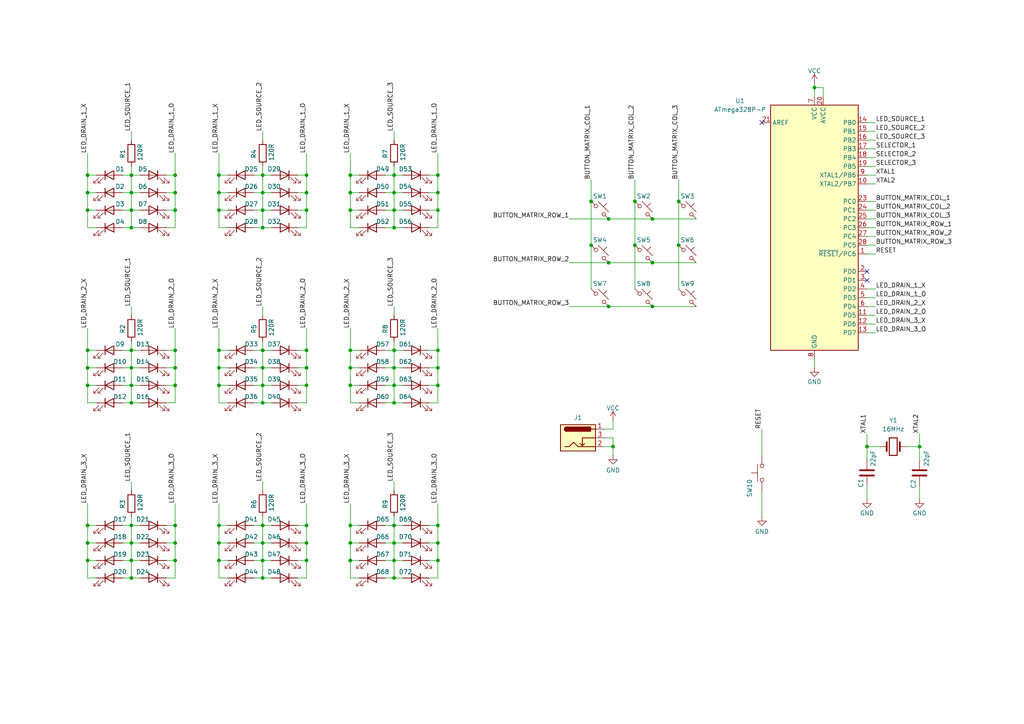
<source format=kicad_sch>
(kicad_sch (version 20231120) (generator "eeschema") (generator_version "8.0")
  (paper "A4")
  (title_block (title "Tic Tac Toe") (date "2024-12-01") (rev "1.0"))
  (junction (at 25.4 106.68))
  (junction (at 101.6 111.76))
  (junction (at 76.2 152.4))
  (junction (at 25.4 162.56))
  (junction (at 176.53 63.5))
  (junction (at 266.7 129.54))
  (junction (at 177.8 129.54))
  (junction (at 25.4 50.8))
  (junction (at 63.5 157.48))
  (junction (at 114.3 162.56))
  (junction (at 50.8 55.88))
  (junction (at 88.9 111.76))
  (junction (at 88.9 162.56))
  (junction (at 114.3 167.64))
  (junction (at 114.3 66.04))
  (junction (at 50.8 101.6))
  (junction (at 127 101.6))
  (junction (at 76.2 50.8))
  (junction (at 114.3 106.68))
  (junction (at 101.6 162.56))
  (junction (at 25.4 111.76))
  (junction (at 127 55.88))
  (junction (at 101.6 50.8))
  (junction (at 101.6 101.6))
  (junction (at 63.5 50.8))
  (junction (at 76.2 157.48))
  (junction (at 171.45 58.42))
  (junction (at 176.53 76.2))
  (junction (at 127 152.4))
  (junction (at 63.5 162.56))
  (junction (at 50.8 157.48))
  (junction (at 38.1 152.4))
  (junction (at 88.9 50.8))
  (junction (at 63.5 101.6))
  (junction (at 76.2 111.76))
  (junction (at 25.4 157.48))
  (junction (at 114.3 152.4))
  (junction (at 25.4 55.88))
  (junction (at 171.45 71.12))
  (junction (at 63.5 111.76))
  (junction (at 25.4 101.6))
  (junction (at 127 111.76))
  (junction (at 114.3 157.48))
  (junction (at 38.1 162.56))
  (junction (at 114.3 60.96))
  (junction (at 38.1 167.64))
  (junction (at 189.23 63.5))
  (junction (at 38.1 106.68))
  (junction (at 50.8 106.68))
  (junction (at 127 106.68))
  (junction (at 196.85 71.12))
  (junction (at 25.4 60.96))
  (junction (at 50.8 152.4))
  (junction (at 88.9 101.6))
  (junction (at 38.1 50.8))
  (junction (at 114.3 101.6))
  (junction (at 63.5 152.4))
  (junction (at 101.6 55.88))
  (junction (at 101.6 157.48))
  (junction (at 63.5 60.96))
  (junction (at 76.2 60.96))
  (junction (at 76.2 55.88))
  (junction (at 76.2 101.6))
  (junction (at 50.8 111.76))
  (junction (at 184.15 58.42))
  (junction (at 50.8 50.8))
  (junction (at 114.3 50.8))
  (junction (at 114.3 55.88))
  (junction (at 76.2 116.84))
  (junction (at 88.9 106.68))
  (junction (at 38.1 55.88))
  (junction (at 88.9 60.96))
  (junction (at 114.3 116.84))
  (junction (at 38.1 157.48))
  (junction (at 50.8 162.56))
  (junction (at 189.23 76.2))
  (junction (at 88.9 157.48))
  (junction (at 25.4 152.4))
  (junction (at 88.9 55.88))
  (junction (at 189.23 88.9))
  (junction (at 196.85 58.42))
  (junction (at 50.8 60.96))
  (junction (at 38.1 60.96))
  (junction (at 38.1 111.76))
  (junction (at 127 50.8))
  (junction (at 127 60.96))
  (junction (at 76.2 106.68))
  (junction (at 251.46 129.54))
  (junction (at 38.1 101.6))
  (junction (at 76.2 162.56))
  (junction (at 176.53 88.9))
  (junction (at 76.2 167.64))
  (junction (at 236.22 25.4))
  (junction (at 63.5 106.68))
  (junction (at 63.5 55.88))
  (junction (at 127 162.56))
  (junction (at 127 157.48))
  (junction (at 76.2 66.04))
  (junction (at 114.3 111.76))
  (junction (at 38.1 66.04))
  (junction (at 101.6 106.68))
  (junction (at 184.15 71.12))
  (junction (at 101.6 152.4))
  (junction (at 88.9 152.4))
  (junction (at 101.6 60.96))
  (junction (at 38.1 116.84))
  (no_connect (at 220.98 35.56))
  (no_connect (at 251.46 81.28))
  (no_connect (at 251.46 78.74))
  (wire (pts (xy 171.45 71.12) (xy 171.45 83.82)))
  (wire (pts (xy 165.1 88.9) (xy 176.53 88.9)))
  (wire (pts (xy 48.26 55.88) (xy 50.8 55.88)))
  (wire (pts (xy 73.66 157.48) (xy 76.2 157.48)))
  (wire (pts (xy 35.56 101.6) (xy 38.1 101.6)))
  (wire (pts (xy 38.1 139.7) (xy 38.1 142.24)))
  (wire (pts (xy 111.76 157.48) (xy 114.3 157.48)))
  (wire (pts (xy 101.6 101.6) (xy 101.6 95.25)))
  (wire (pts (xy 127 50.8) (xy 127 44.45)))
  (wire (pts (xy 38.1 111.76) (xy 38.1 116.84)))
  (wire (pts (xy 251.46 91.44) (xy 254 91.44)))
  (wire (pts (xy 38.1 152.4) (xy 38.1 157.48)))
  (wire (pts (xy 38.1 152.4) (xy 40.64 152.4)))
  (wire (pts (xy 171.45 52.07) (xy 171.45 58.42)))
  (wire (pts (xy 73.66 66.04) (xy 76.2 66.04)))
  (wire (pts (xy 124.46 60.96) (xy 127 60.96)))
  (wire (pts (xy 76.2 60.96) (xy 76.2 66.04)))
  (wire (pts (xy 251.46 93.98) (xy 254 93.98)))
  (wire (pts (xy 104.14 116.84) (xy 101.6 116.84)))
  (wire (pts (xy 111.76 50.8) (xy 114.3 50.8)))
  (wire (pts (xy 38.1 50.8) (xy 38.1 55.88)))
  (wire (pts (xy 63.5 60.96) (xy 63.5 55.88)))
  (wire (pts (xy 114.3 139.7) (xy 114.3 142.24)))
  (wire (pts (xy 76.2 152.4) (xy 76.2 157.48)))
  (wire (pts (xy 50.8 50.8) (xy 50.8 44.45)))
  (wire (pts (xy 88.9 106.68) (xy 88.9 101.6)))
  (wire (pts (xy 48.26 66.04) (xy 50.8 66.04)))
  (wire (pts (xy 111.76 152.4) (xy 114.3 152.4)))
  (wire (pts (xy 38.1 50.8) (xy 40.64 50.8)))
  (wire (pts (xy 176.53 63.5) (xy 189.23 63.5)))
  (wire (pts (xy 25.4 60.96) (xy 25.4 55.88)))
  (wire (pts (xy 114.3 55.88) (xy 116.84 55.88)))
  (wire (pts (xy 104.14 157.48) (xy 101.6 157.48)))
  (wire (pts (xy 171.45 58.42) (xy 171.45 71.12)))
  (wire (pts (xy 76.2 157.48) (xy 78.74 157.48)))
  (wire (pts (xy 38.1 66.04) (xy 40.64 66.04)))
  (wire (pts (xy 111.76 66.04) (xy 114.3 66.04)))
  (wire (pts (xy 251.46 58.42) (xy 254 58.42)))
  (wire (pts (xy 27.94 116.84) (xy 25.4 116.84)))
  (wire (pts (xy 50.8 66.04) (xy 50.8 60.96)))
  (wire (pts (xy 104.14 162.56) (xy 101.6 162.56)))
  (wire (pts (xy 111.76 116.84) (xy 114.3 116.84)))
  (wire (pts (xy 266.7 129.54) (xy 266.7 133.35)))
  (wire (pts (xy 124.46 55.88) (xy 127 55.88)))
  (wire (pts (xy 86.36 157.48) (xy 88.9 157.48)))
  (wire (pts (xy 27.94 106.68) (xy 25.4 106.68)))
  (wire (pts (xy 35.56 162.56) (xy 38.1 162.56)))
  (wire (pts (xy 25.4 50.8) (xy 25.4 44.45)))
  (wire (pts (xy 114.3 101.6) (xy 116.84 101.6)))
  (wire (pts (xy 38.1 149.86) (xy 38.1 152.4)))
  (wire (pts (xy 184.15 71.12) (xy 184.15 83.82)))
  (wire (pts (xy 104.14 111.76) (xy 101.6 111.76)))
  (wire (pts (xy 86.36 152.4) (xy 88.9 152.4)))
  (wire (pts (xy 124.46 157.48) (xy 127 157.48)))
  (wire (pts (xy 73.66 116.84) (xy 76.2 116.84)))
  (wire (pts (xy 101.6 55.88) (xy 101.6 50.8)))
  (wire (pts (xy 251.46 83.82) (xy 254 83.82)))
  (wire (pts (xy 66.04 111.76) (xy 63.5 111.76)))
  (wire (pts (xy 251.46 50.8) (xy 254 50.8)))
  (wire (pts (xy 127 101.6) (xy 127 95.25)))
  (wire (pts (xy 88.9 167.64) (xy 88.9 162.56)))
  (wire (pts (xy 177.8 124.46) (xy 177.8 121.92)))
  (wire (pts (xy 127 162.56) (xy 127 157.48)))
  (wire (pts (xy 111.76 111.76) (xy 114.3 111.76)))
  (wire (pts (xy 189.23 76.2) (xy 201.93 76.2)))
  (wire (pts (xy 76.2 162.56) (xy 76.2 167.64)))
  (wire (pts (xy 25.4 55.88) (xy 25.4 50.8)))
  (wire (pts (xy 101.6 152.4) (xy 101.6 146.05)))
  (wire (pts (xy 73.66 101.6) (xy 76.2 101.6)))
  (wire (pts (xy 25.4 101.6) (xy 25.4 95.25)))
  (wire (pts (xy 38.1 116.84) (xy 40.64 116.84)))
  (wire (pts (xy 127 116.84) (xy 127 111.76)))
  (wire (pts (xy 66.04 167.64) (xy 63.5 167.64)))
  (wire (pts (xy 63.5 50.8) (xy 63.5 44.45)))
  (wire (pts (xy 86.36 101.6) (xy 88.9 101.6)))
  (wire (pts (xy 127 152.4) (xy 127 146.05)))
  (wire (pts (xy 50.8 167.64) (xy 50.8 162.56)))
  (wire (pts (xy 251.46 88.9) (xy 254 88.9)))
  (wire (pts (xy 35.56 50.8) (xy 38.1 50.8)))
  (wire (pts (xy 104.14 106.68) (xy 101.6 106.68)))
  (wire (pts (xy 86.36 60.96) (xy 88.9 60.96)))
  (wire (pts (xy 76.2 111.76) (xy 78.74 111.76)))
  (wire (pts (xy 66.04 106.68) (xy 63.5 106.68)))
  (wire (pts (xy 48.26 167.64) (xy 50.8 167.64)))
  (wire (pts (xy 50.8 162.56) (xy 50.8 157.48)))
  (wire (pts (xy 124.46 101.6) (xy 127 101.6)))
  (wire (pts (xy 251.46 40.64) (xy 254 40.64)))
  (wire (pts (xy 86.36 116.84) (xy 88.9 116.84)))
  (wire (pts (xy 236.22 25.4) (xy 238.76 25.4)))
  (wire (pts (xy 66.04 157.48) (xy 63.5 157.48)))
  (wire (pts (xy 114.3 111.76) (xy 114.3 116.84)))
  (wire (pts (xy 124.46 66.04) (xy 127 66.04)))
  (wire (pts (xy 63.5 106.68) (xy 63.5 101.6)))
  (wire (pts (xy 127 157.48) (xy 127 152.4)))
  (wire (pts (xy 48.26 157.48) (xy 50.8 157.48)))
  (wire (pts (xy 63.5 55.88) (xy 63.5 50.8)))
  (wire (pts (xy 27.94 162.56) (xy 25.4 162.56)))
  (wire (pts (xy 50.8 106.68) (xy 50.8 101.6)))
  (wire (pts (xy 111.76 162.56) (xy 114.3 162.56)))
  (wire (pts (xy 266.7 125.73) (xy 266.7 129.54)))
  (wire (pts (xy 63.5 167.64) (xy 63.5 162.56)))
  (wire (pts (xy 50.8 157.48) (xy 50.8 152.4)))
  (wire (pts (xy 73.66 162.56) (xy 76.2 162.56)))
  (wire (pts (xy 48.26 111.76) (xy 50.8 111.76)))
  (wire (pts (xy 165.1 63.5) (xy 176.53 63.5)))
  (wire (pts (xy 101.6 162.56) (xy 101.6 157.48)))
  (wire (pts (xy 25.4 167.64) (xy 25.4 162.56)))
  (wire (pts (xy 73.66 60.96) (xy 76.2 60.96)))
  (wire (pts (xy 38.1 38.1) (xy 38.1 40.64)))
  (wire (pts (xy 35.56 106.68) (xy 38.1 106.68)))
  (wire (pts (xy 262.89 129.54) (xy 266.7 129.54)))
  (wire (pts (xy 76.2 149.86) (xy 76.2 152.4)))
  (wire (pts (xy 177.8 127) (xy 177.8 129.54)))
  (wire (pts (xy 104.14 50.8) (xy 101.6 50.8)))
  (wire (pts (xy 86.36 167.64) (xy 88.9 167.64)))
  (wire (pts (xy 88.9 66.04) (xy 88.9 60.96)))
  (wire (pts (xy 251.46 73.66) (xy 254 73.66)))
  (wire (pts (xy 236.22 25.4) (xy 236.22 27.94)))
  (wire (pts (xy 251.46 66.04) (xy 254 66.04)))
  (wire (pts (xy 63.5 152.4) (xy 63.5 146.05)))
  (wire (pts (xy 255.27 129.54) (xy 251.46 129.54)))
  (wire (pts (xy 111.76 55.88) (xy 114.3 55.88)))
  (wire (pts (xy 25.4 116.84) (xy 25.4 111.76)))
  (wire (pts (xy 76.2 139.7) (xy 76.2 142.24)))
  (wire (pts (xy 101.6 111.76) (xy 101.6 106.68)))
  (wire (pts (xy 251.46 140.97) (xy 251.46 144.78)))
  (wire (pts (xy 101.6 60.96) (xy 101.6 55.88)))
  (wire (pts (xy 175.26 129.54) (xy 177.8 129.54)))
  (wire (pts (xy 127 55.88) (xy 127 50.8)))
  (wire (pts (xy 127 111.76) (xy 127 106.68)))
  (wire (pts (xy 76.2 111.76) (xy 76.2 116.84)))
  (wire (pts (xy 251.46 129.54) (xy 251.46 133.35)))
  (wire (pts (xy 88.9 50.8) (xy 88.9 44.45)))
  (wire (pts (xy 38.1 48.26) (xy 38.1 50.8)))
  (wire (pts (xy 88.9 60.96) (xy 88.9 55.88)))
  (wire (pts (xy 114.3 88.9) (xy 114.3 91.44)))
  (wire (pts (xy 251.46 45.72) (xy 254 45.72)))
  (wire (pts (xy 101.6 157.48) (xy 101.6 152.4)))
  (wire (pts (xy 114.3 55.88) (xy 114.3 60.96)))
  (wire (pts (xy 114.3 152.4) (xy 114.3 157.48)))
  (wire (pts (xy 124.46 50.8) (xy 127 50.8)))
  (wire (pts (xy 251.46 35.56) (xy 254 35.56)))
  (wire (pts (xy 114.3 106.68) (xy 116.84 106.68)))
  (wire (pts (xy 124.46 106.68) (xy 127 106.68)))
  (wire (pts (xy 127 60.96) (xy 127 55.88)))
  (wire (pts (xy 196.85 58.42) (xy 196.85 71.12)))
  (wire (pts (xy 76.2 167.64) (xy 78.74 167.64)))
  (wire (pts (xy 114.3 116.84) (xy 116.84 116.84)))
  (wire (pts (xy 111.76 60.96) (xy 114.3 60.96)))
  (wire (pts (xy 73.66 55.88) (xy 76.2 55.88)))
  (wire (pts (xy 35.56 60.96) (xy 38.1 60.96)))
  (wire (pts (xy 238.76 25.4) (xy 238.76 27.94)))
  (wire (pts (xy 73.66 111.76) (xy 76.2 111.76)))
  (wire (pts (xy 104.14 167.64) (xy 101.6 167.64)))
  (wire (pts (xy 114.3 50.8) (xy 114.3 55.88)))
  (wire (pts (xy 266.7 140.97) (xy 266.7 144.78)))
  (wire (pts (xy 35.56 116.84) (xy 38.1 116.84)))
  (wire (pts (xy 114.3 111.76) (xy 116.84 111.76)))
  (wire (pts (xy 114.3 162.56) (xy 114.3 167.64)))
  (wire (pts (xy 127 106.68) (xy 127 101.6)))
  (wire (pts (xy 184.15 58.42) (xy 184.15 71.12)))
  (wire (pts (xy 88.9 157.48) (xy 88.9 152.4)))
  (wire (pts (xy 114.3 99.06) (xy 114.3 101.6)))
  (wire (pts (xy 175.26 127) (xy 177.8 127)))
  (wire (pts (xy 251.46 68.58) (xy 254 68.58)))
  (wire (pts (xy 196.85 71.12) (xy 196.85 83.82)))
  (wire (pts (xy 35.56 111.76) (xy 38.1 111.76)))
  (wire (pts (xy 251.46 63.5) (xy 254 63.5)))
  (wire (pts (xy 38.1 88.9) (xy 38.1 91.44)))
  (wire (pts (xy 76.2 152.4) (xy 78.74 152.4)))
  (wire (pts (xy 111.76 167.64) (xy 114.3 167.64)))
  (wire (pts (xy 86.36 55.88) (xy 88.9 55.88)))
  (wire (pts (xy 25.4 162.56) (xy 25.4 157.48)))
  (wire (pts (xy 124.46 167.64) (xy 127 167.64)))
  (wire (pts (xy 76.2 60.96) (xy 78.74 60.96)))
  (wire (pts (xy 114.3 162.56) (xy 116.84 162.56)))
  (wire (pts (xy 101.6 106.68) (xy 101.6 101.6)))
  (wire (pts (xy 38.1 162.56) (xy 40.64 162.56)))
  (wire (pts (xy 165.1 76.2) (xy 176.53 76.2)))
  (wire (pts (xy 66.04 66.04) (xy 63.5 66.04)))
  (wire (pts (xy 76.2 99.06) (xy 76.2 101.6)))
  (wire (pts (xy 251.46 125.73) (xy 251.46 129.54)))
  (wire (pts (xy 236.22 104.14) (xy 236.22 106.68)))
  (wire (pts (xy 38.1 157.48) (xy 38.1 162.56)))
  (wire (pts (xy 76.2 106.68) (xy 76.2 111.76)))
  (wire (pts (xy 38.1 157.48) (xy 40.64 157.48)))
  (wire (pts (xy 38.1 162.56) (xy 38.1 167.64)))
  (wire (pts (xy 27.94 111.76) (xy 25.4 111.76)))
  (wire (pts (xy 251.46 53.34) (xy 254 53.34)))
  (wire (pts (xy 63.5 101.6) (xy 63.5 95.25)))
  (wire (pts (xy 76.2 88.9) (xy 76.2 91.44)))
  (wire (pts (xy 25.4 106.68) (xy 25.4 101.6)))
  (wire (pts (xy 114.3 152.4) (xy 116.84 152.4)))
  (wire (pts (xy 38.1 101.6) (xy 38.1 106.68)))
  (wire (pts (xy 50.8 101.6) (xy 50.8 95.25)))
  (wire (pts (xy 63.5 66.04) (xy 63.5 60.96)))
  (wire (pts (xy 48.26 50.8) (xy 50.8 50.8)))
  (wire (pts (xy 48.26 60.96) (xy 50.8 60.96)))
  (wire (pts (xy 35.56 167.64) (xy 38.1 167.64)))
  (wire (pts (xy 38.1 60.96) (xy 40.64 60.96)))
  (wire (pts (xy 88.9 111.76) (xy 88.9 106.68)))
  (wire (pts (xy 76.2 101.6) (xy 78.74 101.6)))
  (wire (pts (xy 88.9 116.84) (xy 88.9 111.76)))
  (wire (pts (xy 104.14 101.6) (xy 101.6 101.6)))
  (wire (pts (xy 111.76 106.68) (xy 114.3 106.68)))
  (wire (pts (xy 27.94 50.8) (xy 25.4 50.8)))
  (wire (pts (xy 66.04 60.96) (xy 63.5 60.96)))
  (wire (pts (xy 35.56 55.88) (xy 38.1 55.88)))
  (wire (pts (xy 124.46 116.84) (xy 127 116.84)))
  (wire (pts (xy 88.9 55.88) (xy 88.9 50.8)))
  (wire (pts (xy 48.26 152.4) (xy 50.8 152.4)))
  (wire (pts (xy 76.2 106.68) (xy 78.74 106.68)))
  (wire (pts (xy 86.36 111.76) (xy 88.9 111.76)))
  (wire (pts (xy 220.98 142.24) (xy 220.98 149.86)))
  (wire (pts (xy 114.3 48.26) (xy 114.3 50.8)))
  (wire (pts (xy 63.5 111.76) (xy 63.5 106.68)))
  (wire (pts (xy 48.26 101.6) (xy 50.8 101.6)))
  (wire (pts (xy 27.94 152.4) (xy 25.4 152.4)))
  (wire (pts (xy 48.26 116.84) (xy 50.8 116.84)))
  (wire (pts (xy 38.1 55.88) (xy 40.64 55.88)))
  (wire (pts (xy 220.98 124.46) (xy 220.98 132.08)))
  (wire (pts (xy 25.4 152.4) (xy 25.4 146.05)))
  (wire (pts (xy 76.2 55.88) (xy 78.74 55.88)))
  (wire (pts (xy 73.66 106.68) (xy 76.2 106.68)))
  (wire (pts (xy 176.53 76.2) (xy 189.23 76.2)))
  (wire (pts (xy 114.3 101.6) (xy 114.3 106.68)))
  (wire (pts (xy 76.2 50.8) (xy 76.2 55.88)))
  (wire (pts (xy 101.6 116.84) (xy 101.6 111.76)))
  (wire (pts (xy 50.8 60.96) (xy 50.8 55.88)))
  (wire (pts (xy 76.2 101.6) (xy 76.2 106.68)))
  (wire (pts (xy 50.8 152.4) (xy 50.8 146.05)))
  (wire (pts (xy 66.04 162.56) (xy 63.5 162.56)))
  (wire (pts (xy 48.26 106.68) (xy 50.8 106.68)))
  (wire (pts (xy 104.14 60.96) (xy 101.6 60.96)))
  (wire (pts (xy 114.3 66.04) (xy 116.84 66.04)))
  (wire (pts (xy 35.56 66.04) (xy 38.1 66.04)))
  (wire (pts (xy 86.36 106.68) (xy 88.9 106.68)))
  (wire (pts (xy 251.46 38.1) (xy 254 38.1)))
  (wire (pts (xy 101.6 50.8) (xy 101.6 44.45)))
  (wire (pts (xy 48.26 162.56) (xy 50.8 162.56)))
  (wire (pts (xy 50.8 111.76) (xy 50.8 106.68)))
  (wire (pts (xy 86.36 66.04) (xy 88.9 66.04)))
  (wire (pts (xy 25.4 111.76) (xy 25.4 106.68)))
  (wire (pts (xy 251.46 96.52) (xy 254 96.52)))
  (wire (pts (xy 101.6 167.64) (xy 101.6 162.56)))
  (wire (pts (xy 104.14 66.04) (xy 101.6 66.04)))
  (wire (pts (xy 114.3 50.8) (xy 116.84 50.8)))
  (wire (pts (xy 66.04 50.8) (xy 63.5 50.8)))
  (wire (pts (xy 177.8 129.54) (xy 177.8 132.08)))
  (wire (pts (xy 127 66.04) (xy 127 60.96)))
  (wire (pts (xy 124.46 162.56) (xy 127 162.56)))
  (wire (pts (xy 76.2 162.56) (xy 78.74 162.56)))
  (wire (pts (xy 76.2 38.1) (xy 76.2 40.64)))
  (wire (pts (xy 184.15 52.07) (xy 184.15 58.42)))
  (wire (pts (xy 114.3 167.64) (xy 116.84 167.64)))
  (wire (pts (xy 27.94 157.48) (xy 25.4 157.48)))
  (wire (pts (xy 76.2 116.84) (xy 78.74 116.84)))
  (wire (pts (xy 76.2 50.8) (xy 78.74 50.8)))
  (wire (pts (xy 127 167.64) (xy 127 162.56)))
  (wire (pts (xy 63.5 116.84) (xy 63.5 111.76)))
  (wire (pts (xy 73.66 167.64) (xy 76.2 167.64)))
  (wire (pts (xy 114.3 157.48) (xy 116.84 157.48)))
  (wire (pts (xy 251.46 86.36) (xy 254 86.36)))
  (wire (pts (xy 38.1 111.76) (xy 40.64 111.76)))
  (wire (pts (xy 175.26 124.46) (xy 177.8 124.46)))
  (wire (pts (xy 38.1 106.68) (xy 38.1 111.76)))
  (wire (pts (xy 86.36 162.56) (xy 88.9 162.56)))
  (wire (pts (xy 104.14 152.4) (xy 101.6 152.4)))
  (wire (pts (xy 124.46 111.76) (xy 127 111.76)))
  (wire (pts (xy 251.46 71.12) (xy 254 71.12)))
  (wire (pts (xy 27.94 167.64) (xy 25.4 167.64)))
  (wire (pts (xy 38.1 99.06) (xy 38.1 101.6)))
  (wire (pts (xy 124.46 152.4) (xy 127 152.4)))
  (wire (pts (xy 38.1 167.64) (xy 40.64 167.64)))
  (wire (pts (xy 63.5 157.48) (xy 63.5 152.4)))
  (wire (pts (xy 114.3 60.96) (xy 114.3 66.04)))
  (wire (pts (xy 76.2 157.48) (xy 76.2 162.56)))
  (wire (pts (xy 76.2 55.88) (xy 76.2 60.96)))
  (wire (pts (xy 76.2 66.04) (xy 78.74 66.04)))
  (wire (pts (xy 114.3 60.96) (xy 116.84 60.96)))
  (wire (pts (xy 88.9 101.6) (xy 88.9 95.25)))
  (wire (pts (xy 73.66 50.8) (xy 76.2 50.8)))
  (wire (pts (xy 251.46 43.18) (xy 254 43.18)))
  (wire (pts (xy 114.3 149.86) (xy 114.3 152.4)))
  (wire (pts (xy 35.56 152.4) (xy 38.1 152.4)))
  (wire (pts (xy 38.1 60.96) (xy 38.1 66.04)))
  (wire (pts (xy 63.5 162.56) (xy 63.5 157.48)))
  (wire (pts (xy 86.36 50.8) (xy 88.9 50.8)))
  (wire (pts (xy 88.9 162.56) (xy 88.9 157.48)))
  (wire (pts (xy 38.1 106.68) (xy 40.64 106.68)))
  (wire (pts (xy 35.56 157.48) (xy 38.1 157.48)))
  (wire (pts (xy 114.3 157.48) (xy 114.3 162.56)))
  (wire (pts (xy 196.85 52.07) (xy 196.85 58.42)))
  (wire (pts (xy 66.04 55.88) (xy 63.5 55.88)))
  (wire (pts (xy 27.94 60.96) (xy 25.4 60.96)))
  (wire (pts (xy 50.8 55.88) (xy 50.8 50.8)))
  (wire (pts (xy 114.3 38.1) (xy 114.3 40.64)))
  (wire (pts (xy 25.4 157.48) (xy 25.4 152.4)))
  (wire (pts (xy 236.22 24.13) (xy 236.22 25.4)))
  (wire (pts (xy 66.04 152.4) (xy 63.5 152.4)))
  (wire (pts (xy 73.66 152.4) (xy 76.2 152.4)))
  (wire (pts (xy 66.04 101.6) (xy 63.5 101.6)))
  (wire (pts (xy 88.9 152.4) (xy 88.9 146.05)))
  (wire (pts (xy 50.8 116.84) (xy 50.8 111.76)))
  (wire (pts (xy 189.23 88.9) (xy 201.93 88.9)))
  (wire (pts (xy 251.46 48.26) (xy 254 48.26)))
  (wire (pts (xy 27.94 55.88) (xy 25.4 55.88)))
  (wire (pts (xy 66.04 116.84) (xy 63.5 116.84)))
  (wire (pts (xy 114.3 106.68) (xy 114.3 111.76)))
  (wire (pts (xy 101.6 66.04) (xy 101.6 60.96)))
  (wire (pts (xy 38.1 101.6) (xy 40.64 101.6)))
  (wire (pts (xy 251.46 60.96) (xy 254 60.96)))
  (wire (pts (xy 104.14 55.88) (xy 101.6 55.88)))
  (wire (pts (xy 27.94 101.6) (xy 25.4 101.6)))
  (wire (pts (xy 38.1 55.88) (xy 38.1 60.96)))
  (wire (pts (xy 27.94 66.04) (xy 25.4 66.04)))
  (wire (pts (xy 25.4 66.04) (xy 25.4 60.96)))
  (wire (pts (xy 176.53 88.9) (xy 189.23 88.9)))
  (wire (pts (xy 76.2 48.26) (xy 76.2 50.8)))
  (wire (pts (xy 111.76 101.6) (xy 114.3 101.6)))
  (wire (pts (xy 189.23 63.5) (xy 201.93 63.5)))
  (label "LED_SOURCE_3" (at 114.3 38.1 90))
  (label "BUTTON_MATRIX_ROW_3" (at 254 71.12 0))
  (label "LED_DRAIN_1_O" (at 88.9 44.45 90))
  (label "BUTTON_MATRIX_ROW_1" (at 165.1 63.5 180))
  (label "LED_SOURCE_2" (at 254 38.1 0))
  (label "LED_SOURCE_1" (at 38.1 38.1 90))
  (label "LED_DRAIN_3_X" (at 101.6 146.05 90))
  (label "LED_DRAIN_2_O" (at 127 95.25 90))
  (label "BUTTON_MATRIX_COL_2" (at 254 60.96 0))
  (label "LED_DRAIN_2_O" (at 50.8 95.25 90))
  (label "LED_DRAIN_1_X" (at 63.5 44.45 90))
  (label "LED_DRAIN_1_X" (at 101.6 44.45 90))
  (label "LED_DRAIN_3_O" (at 127 146.05 90))
  (label "SELECTOR_3" (at 254 48.26 0))
  (label "BUTTON_MATRIX_COL_3" (at 254 63.5 0))
  (label "XTAL1" (at 251.46 125.73 90))
  (label "XTAL2" (at 266.7 125.73 90))
  (label "LED_SOURCE_2" (at 76.2 88.9 90))
  (label "LED_SOURCE_3" (at 114.3 139.7 90))
  (label "LED_DRAIN_2_O" (at 88.9 95.25 90))
  (label "LED_DRAIN_1_X" (at 25.4 44.45 90))
  (label "BUTTON_MATRIX_COL_3" (at 196.85 52.07 90))
  (label "BUTTON_MATRIX_ROW_2" (at 254 68.58 0))
  (label "BUTTON_MATRIX_ROW_1" (at 254 66.04 0))
  (label "RESET" (at 220.98 124.46 90))
  (label "LED_DRAIN_3_O" (at 88.9 146.05 90))
  (label "LED_SOURCE_2" (at 76.2 38.1 90))
  (label "LED_DRAIN_3_O" (at 50.8 146.05 90))
  (label "BUTTON_MATRIX_COL_2" (at 184.15 52.07 90))
  (label "LED_DRAIN_1_O" (at 50.8 44.45 90))
  (label "SELECTOR_1" (at 254 43.18 0))
  (label "LED_DRAIN_1_X" (at 254 83.82 0))
  (label "BUTTON_MATRIX_ROW_3" (at 165.1 88.9 180))
  (label "LED_SOURCE_3" (at 114.3 88.9 90))
  (label "BUTTON_MATRIX_COL_1" (at 254 58.42 0))
  (label "LED_SOURCE_3" (at 254 40.64 0))
  (label "SELECTOR_2" (at 254 45.72 0))
  (label "XTAL2" (at 254 53.34 0))
  (label "LED_DRAIN_2_X" (at 101.6 95.25 90))
  (label "RESET" (at 254 73.66 0))
  (label "LED_SOURCE_1" (at 38.1 139.7 90))
  (label "XTAL1" (at 254 50.8 0))
  (label "LED_SOURCE_1" (at 38.1 88.9 90))
  (label "LED_SOURCE_2" (at 76.2 139.7 90))
  (label "BUTTON_MATRIX_COL_1" (at 171.45 52.07 90))
  (label "LED_DRAIN_3_O" (at 254 96.52 0))
  (label "LED_DRAIN_2_X" (at 25.4 95.25 90))
  (label "LED_DRAIN_3_X" (at 25.4 146.05 90))
  (label "LED_DRAIN_3_X" (at 63.5 146.05 90))
  (label "BUTTON_MATRIX_ROW_2" (at 165.1 76.2 180))
  (label "LED_DRAIN_1_O" (at 127 44.45 90))
  (label "LED_DRAIN_2_X" (at 254 88.9 0))
  (label "LED_DRAIN_2_O" (at 254 91.44 0))
  (label "LED_SOURCE_1" (at 254 35.56 0))
  (label "LED_DRAIN_3_X" (at 254 93.98 0))
  (label "LED_DRAIN_1_O" (at 254 86.36 0))
  (label "LED_DRAIN_2_X" (at 63.5 95.25 90))
  (symbol (lib_id "power:VCC") (at 236.22 24.13 0) (unit 1)
    (property "Reference" "#PWR03" (effects (hide yes)))
    (property "Value" "VCC" (at 236.22 20.574 0))
    (property "Description" "Power symbol creates a global label with name \"VCC\"" (effects (hide yes)))
  )
  (symbol (lib_id "Device:LED") (at 82.55 50.8 0) (mirror y) (unit 1)
    (property "Reference" "D29" (at 79.502 49.022 0))
    (property "Value" "LED" (effects (hide yes)))
    (property "Footprint" "LED_SMD:LED_0805_2012Metric_Pad1.15x1.40mm_HandSolder" (effects (hide yes)))
    (property "Description" "Light emitting diode" (effects (hide yes)))
  )
  (symbol (lib_id "Device:LED") (at 44.45 167.64 0) (mirror y) (unit 1)
    (property "Reference" "D24" (at 41.402 165.862 0))
    (property "Value" "LED" (effects (hide yes)))
    (property "Footprint" "LED_SMD:LED_0805_2012Metric_Pad1.15x1.40mm_HandSolder" (effects (hide yes)))
    (property "Description" "Light emitting diode" (effects (hide yes)))
  )
  (symbol (lib_id "Device:LED") (at 82.55 66.04 0) (mirror y) (unit 1)
    (property "Reference" "D32" (at 79.502 64.262 0))
    (property "Value" "LED" (effects (hide yes)))
    (property "Footprint" "LED_SMD:LED_0805_2012Metric_Pad1.15x1.40mm_HandSolder" (effects (hide yes)))
    (property "Description" "Light emitting diode" (effects (hide yes)))
  )
  (symbol (lib_id "Switch:SW_Push_45deg") (at 186.69 73.66 0) (unit 1)
    (property "Reference" "SW5" (at 186.69 69.596 0))
    (property "Value" "SW_Push_45deg" (effects (hide yes)))
    (property "Footprint" "Button_Switch_THT:SW_PUSH_6mm_H5mm" (effects (hide yes)))
    (property "Description" "Push button switch, normally open, two pins, 45° tilted" (effects (hide yes)))
  )
  (symbol (lib_id "Device:LED") (at 69.85 152.4 0) (unit 1)
    (property "Reference" "D41" (at 72.898 150.622 0))
    (property "Value" "LED" (effects (hide yes)))
    (property "Footprint" "LED_SMD:LED_0805_2012Metric_Pad1.15x1.40mm_HandSolder" (effects (hide yes)))
    (property "Description" "Light emitting diode" (effects (hide yes)))
  )
  (symbol (lib_id "Device:LED") (at 107.95 162.56 0) (unit 1)
    (property "Reference" "D67" (at 110.998 160.782 0))
    (property "Value" "LED" (effects (hide yes)))
    (property "Footprint" "LED_SMD:LED_0805_2012Metric_Pad1.15x1.40mm_HandSolder" (effects (hide yes)))
    (property "Description" "Light emitting diode" (effects (hide yes)))
  )
  (symbol (lib_id "Device:LED") (at 82.55 55.88 0) (mirror y) (unit 1)
    (property "Reference" "D30" (at 79.502 54.102 0))
    (property "Value" "LED" (effects (hide yes)))
    (property "Footprint" "LED_SMD:LED_0805_2012Metric_Pad1.15x1.40mm_HandSolder" (effects (hide yes)))
    (property "Description" "Light emitting diode" (effects (hide yes)))
  )
  (symbol (lib_id "Device:LED") (at 44.45 116.84 0) (mirror y) (unit 1)
    (property "Reference" "D16" (at 41.402 115.062 0))
    (property "Value" "LED" (effects (hide yes)))
    (property "Footprint" "LED_SMD:LED_0805_2012Metric_Pad1.15x1.40mm_HandSolder" (effects (hide yes)))
    (property "Description" "Light emitting diode" (effects (hide yes)))
  )
  (symbol (lib_id "Device:LED") (at 107.95 55.88 0) (unit 1)
    (property "Reference" "D50" (at 110.998 54.102 0))
    (property "Value" "LED" (effects (hide yes)))
    (property "Footprint" "LED_SMD:LED_0805_2012Metric_Pad1.15x1.40mm_HandSolder" (effects (hide yes)))
    (property "Description" "Light emitting diode" (effects (hide yes)))
  )
  (symbol (lib_id "Device:LED") (at 107.95 116.84 0) (unit 1)
    (property "Reference" "D60" (at 110.998 115.062 0))
    (property "Value" "LED" (effects (hide yes)))
    (property "Footprint" "LED_SMD:LED_0805_2012Metric_Pad1.15x1.40mm_HandSolder" (effects (hide yes)))
    (property "Description" "Light emitting diode" (effects (hide yes)))
  )
  (symbol (lib_id "Device:LED") (at 31.75 167.64 0) (unit 1)
    (property "Reference" "D20" (at 34.798 165.862 0))
    (property "Value" "LED" (effects (hide yes)))
    (property "Footprint" "LED_SMD:LED_0805_2012Metric_Pad1.15x1.40mm_HandSolder" (effects (hide yes)))
    (property "Description" "Light emitting diode" (effects (hide yes)))
  )
  (symbol (lib_id "power:GND") (at 177.8 132.08 0) (unit 1)
    (property "Reference" "#PWR06" (effects (hide yes)))
    (property "Value" "GND" (at 177.8 136.398 0))
    (property "Description" "Power symbol creates a global label with name \"GND\" , ground" (effects (hide yes)))
  )
  (symbol (lib_id "Device:LED") (at 44.45 60.96 0) (mirror y) (unit 1)
    (property "Reference" "D7" (at 41.402 59.182 0))
    (property "Value" "LED" (effects (hide yes)))
    (property "Footprint" "LED_SMD:LED_0805_2012Metric_Pad1.15x1.40mm_HandSolder" (effects (hide yes)))
    (property "Description" "Light emitting diode" (effects (hide yes)))
  )
  (symbol (lib_id "Device:LED") (at 107.95 106.68 0) (unit 1)
    (property "Reference" "D58" (at 110.998 104.902 0))
    (property "Value" "LED" (effects (hide yes)))
    (property "Footprint" "LED_SMD:LED_0805_2012Metric_Pad1.15x1.40mm_HandSolder" (effects (hide yes)))
    (property "Description" "Light emitting diode" (effects (hide yes)))
  )
  (symbol (lib_id "Device:LED") (at 120.65 162.56 0) (mirror y) (unit 1)
    (property "Reference" "D71" (at 117.602 160.782 0))
    (property "Value" "LED" (effects (hide yes)))
    (property "Footprint" "LED_SMD:LED_0805_2012Metric_Pad1.15x1.40mm_HandSolder" (effects (hide yes)))
    (property "Description" "Light emitting diode" (effects (hide yes)))
  )
  (symbol (lib_id "Device:Crystal") (at 259.08 129.54 0) (unit 1)
    (property "Reference" "Y1" (at 259.08 121.92 0))
    (property "Value" "16MHz" (at 259.08 124.46 0))
    (property "Footprint" "Crystal:Crystal_HC49-4H_Vertical" (effects (hide yes)))
    (property "Description" "Two pin crystal" (effects (hide yes)))
  )
  (symbol (lib_id "Device:LED") (at 44.45 152.4 0) (mirror y) (unit 1)
    (property "Reference" "D21" (at 41.402 150.622 0))
    (property "Value" "LED" (effects (hide yes)))
    (property "Footprint" "LED_SMD:LED_0805_2012Metric_Pad1.15x1.40mm_HandSolder" (effects (hide yes)))
    (property "Description" "Light emitting diode" (effects (hide yes)))
  )
  (symbol (lib_id "Device:LED") (at 31.75 162.56 0) (unit 1)
    (property "Reference" "D19" (at 34.798 160.782 0))
    (property "Value" "LED" (effects (hide yes)))
    (property "Footprint" "LED_SMD:LED_0805_2012Metric_Pad1.15x1.40mm_HandSolder" (effects (hide yes)))
    (property "Description" "Light emitting diode" (effects (hide yes)))
  )
  (symbol (lib_id "Device:LED") (at 69.85 55.88 0) (unit 1)
    (property "Reference" "D26" (at 72.898 54.102 0))
    (property "Value" "LED" (effects (hide yes)))
    (property "Footprint" "LED_SMD:LED_0805_2012Metric_Pad1.15x1.40mm_HandSolder" (effects (hide yes)))
    (property "Description" "Light emitting diode" (effects (hide yes)))
  )
  (symbol (lib_id "Device:R") (at 76.2 95.25 0) (unit 1)
    (property "Reference" "R5" (at 73.66 96.774 90) (effects (justify left)))
    (property "Value" "120R" (at 78.74 97.536 90) (effects (justify left)))
    (property "Footprint" "Resistor_SMD:R_0805_2012Metric_Pad1.20x1.40mm_HandSolder" (effects (hide yes)))
    (property "Description" "Resistor" (effects (hide yes)))
  )
  (symbol (lib_id "Device:LED") (at 69.85 101.6 0) (unit 1)
    (property "Reference" "D33" (at 72.898 99.822 0))
    (property "Value" "LED" (effects (hide yes)))
    (property "Footprint" "LED_SMD:LED_0805_2012Metric_Pad1.15x1.40mm_HandSolder" (effects (hide yes)))
    (property "Description" "Light emitting diode" (effects (hide yes)))
  )
  (symbol (lib_id "Device:LED") (at 107.95 66.04 0) (unit 1)
    (property "Reference" "D52" (at 110.998 64.262 0))
    (property "Value" "LED" (effects (hide yes)))
    (property "Footprint" "LED_SMD:LED_0805_2012Metric_Pad1.15x1.40mm_HandSolder" (effects (hide yes)))
    (property "Description" "Light emitting diode" (effects (hide yes)))
  )
  (symbol (lib_id "Device:LED") (at 44.45 106.68 0) (mirror y) (unit 1)
    (property "Reference" "D14" (at 41.402 104.902 0))
    (property "Value" "LED" (effects (hide yes)))
    (property "Footprint" "LED_SMD:LED_0805_2012Metric_Pad1.15x1.40mm_HandSolder" (effects (hide yes)))
    (property "Description" "Light emitting diode" (effects (hide yes)))
  )
  (symbol (lib_id "Device:R") (at 114.3 44.45 0) (unit 1)
    (property "Reference" "R7" (at 111.76 45.974 90) (effects (justify left)))
    (property "Value" "120R" (at 116.84 46.736 90) (effects (justify left)))
    (property "Footprint" "Resistor_SMD:R_0805_2012Metric_Pad1.20x1.40mm_HandSolder" (effects (hide yes)))
    (property "Description" "Resistor" (effects (hide yes)))
  )
  (symbol (lib_id "Device:C") (at 251.46 137.16 0) (unit 1)
    (property "Reference" "C1" (at 249.682 141.478 90) (effects (justify left)))
    (property "Value" "22pF" (at 253.238 135.382 90) (effects (justify left)))
    (property "Footprint" "Capacitor_SMD:C_0805_2012Metric_Pad1.18x1.45mm_HandSolder" (effects (hide yes)))
    (property "Description" "Unpolarized capacitor" (effects (hide yes)))
  )
  (symbol (lib_id "Switch:SW_Push_45deg") (at 199.39 60.96 0) (unit 1)
    (property "Reference" "SW3" (at 199.39 56.896 0))
    (property "Value" "SW_Push_45deg" (effects (hide yes)))
    (property "Footprint" "Button_Switch_THT:SW_PUSH_6mm_H5mm" (effects (hide yes)))
    (property "Description" "Push button switch, normally open, two pins, 45° tilted" (effects (hide yes)))
  )
  (symbol (lib_id "Device:LED") (at 69.85 106.68 0) (unit 1)
    (property "Reference" "D34" (at 72.898 104.902 0))
    (property "Value" "LED" (effects (hide yes)))
    (property "Footprint" "LED_SMD:LED_0805_2012Metric_Pad1.15x1.40mm_HandSolder" (effects (hide yes)))
    (property "Description" "Light emitting diode" (effects (hide yes)))
  )
  (symbol (lib_id "Device:LED") (at 120.65 66.04 0) (mirror y) (unit 1)
    (property "Reference" "D56" (at 117.602 64.262 0))
    (property "Value" "LED" (effects (hide yes)))
    (property "Footprint" "LED_SMD:LED_0805_2012Metric_Pad1.15x1.40mm_HandSolder" (effects (hide yes)))
    (property "Description" "Light emitting diode" (effects (hide yes)))
  )
  (symbol (lib_id "MCU_Microchip_ATmega:ATmega328P-P") (at 236.22 66.04 0) (unit 1)
    (property "Reference" "U1" (at 214.63 29.2414 0))
    (property "Value" "ATmega328P-P" (at 214.63 31.7814 0))
    (property "Footprint" "Package_DIP:DIP-28_W7.62mm_Socket" (effects (hide yes)))
    (property "Datasheet" "http://ww1.microchip.com/downloads/en/DeviceDoc/ATmega328_P%20AVR%20MCU%20with%20picoPower%20Technology%20Data%20Sheet%2040001984A.pdf" (effects (hide yes)))
    (property "Description" "20MHz, 32kB Flash, 2kB SRAM, 1kB EEPROM, DIP-28" (effects (hide yes)))
  )
  (symbol (lib_id "Device:LED") (at 69.85 116.84 0) (unit 1)
    (property "Reference" "D36" (at 72.898 115.062 0))
    (property "Value" "LED" (effects (hide yes)))
    (property "Footprint" "LED_SMD:LED_0805_2012Metric_Pad1.15x1.40mm_HandSolder" (effects (hide yes)))
    (property "Description" "Light emitting diode" (effects (hide yes)))
  )
  (symbol (lib_id "Device:LED") (at 31.75 50.8 0) (unit 1)
    (property "Reference" "D1" (at 34.798 49.022 0))
    (property "Value" "LED" (effects (hide yes)))
    (property "Footprint" "LED_SMD:LED_0805_2012Metric_Pad1.15x1.40mm_HandSolder" (effects (hide yes)))
    (property "Description" "Light emitting diode" (effects (hide yes)))
  )
  (symbol (lib_id "Device:LED") (at 82.55 106.68 0) (mirror y) (unit 1)
    (property "Reference" "D38" (at 79.502 104.902 0))
    (property "Value" "LED" (effects (hide yes)))
    (property "Footprint" "LED_SMD:LED_0805_2012Metric_Pad1.15x1.40mm_HandSolder" (effects (hide yes)))
    (property "Description" "Light emitting diode" (effects (hide yes)))
  )
  (symbol (lib_id "power:GND") (at 236.22 106.68 0) (unit 1)
    (property "Reference" "#PWR04" (effects (hide yes)))
    (property "Value" "GND" (at 236.22 110.744 0))
    (property "Description" "Power symbol creates a global label with name \"GND\" , ground" (effects (hide yes)))
  )
  (symbol (lib_id "Device:R") (at 38.1 146.05 0) (unit 1)
    (property "Reference" "R3" (at 35.56 147.574 90) (effects (justify left)))
    (property "Value" "120R" (at 40.64 148.336 90) (effects (justify left)))
    (property "Footprint" "Resistor_SMD:R_0805_2012Metric_Pad1.20x1.40mm_HandSolder" (effects (hide yes)))
    (property "Description" "Resistor" (effects (hide yes)))
  )
  (symbol (lib_id "Switch:SW_Push_45deg") (at 173.99 60.96 0) (unit 1)
    (property "Reference" "SW1" (at 173.99 56.896 0))
    (property "Value" "SW_Push_45deg" (effects (hide yes)))
    (property "Footprint" "Button_Switch_THT:SW_PUSH_6mm_H5mm" (effects (hide yes)))
    (property "Description" "Push button switch, normally open, two pins, 45° tilted" (effects (hide yes)))
  )
  (symbol (lib_id "Device:LED") (at 69.85 167.64 0) (unit 1)
    (property "Reference" "D44" (at 72.898 165.862 0))
    (property "Value" "LED" (effects (hide yes)))
    (property "Footprint" "LED_SMD:LED_0805_2012Metric_Pad1.15x1.40mm_HandSolder" (effects (hide yes)))
    (property "Description" "Light emitting diode" (effects (hide yes)))
  )
  (symbol (lib_id "Device:LED") (at 31.75 66.04 0) (unit 1)
    (property "Reference" "D4" (at 34.798 64.262 0))
    (property "Value" "LED" (effects (hide yes)))
    (property "Footprint" "LED_SMD:LED_0805_2012Metric_Pad1.15x1.40mm_HandSolder" (effects (hide yes)))
    (property "Description" "Light emitting diode" (effects (hide yes)))
  )
  (symbol (lib_id "Device:LED") (at 44.45 101.6 0) (mirror y) (unit 1)
    (property "Reference" "D13" (at 41.402 99.822 0))
    (property "Value" "LED" (effects (hide yes)))
    (property "Footprint" "LED_SMD:LED_0805_2012Metric_Pad1.15x1.40mm_HandSolder" (effects (hide yes)))
    (property "Description" "Light emitting diode" (effects (hide yes)))
  )
  (symbol (lib_id "Device:LED") (at 107.95 157.48 0) (unit 1)
    (property "Reference" "D66" (at 110.998 155.702 0))
    (property "Value" "LED" (effects (hide yes)))
    (property "Footprint" "LED_SMD:LED_0805_2012Metric_Pad1.15x1.40mm_HandSolder" (effects (hide yes)))
    (property "Description" "Light emitting diode" (effects (hide yes)))
  )
  (symbol (lib_id "Device:LED") (at 82.55 116.84 0) (mirror y) (unit 1)
    (property "Reference" "D40" (at 79.502 115.062 0))
    (property "Value" "LED" (effects (hide yes)))
    (property "Footprint" "LED_SMD:LED_0805_2012Metric_Pad1.15x1.40mm_HandSolder" (effects (hide yes)))
    (property "Description" "Light emitting diode" (effects (hide yes)))
  )
  (symbol (lib_id "Device:LED") (at 31.75 111.76 0) (unit 1)
    (property "Reference" "D11" (at 34.798 109.982 0))
    (property "Value" "LED" (effects (hide yes)))
    (property "Footprint" "LED_SMD:LED_0805_2012Metric_Pad1.15x1.40mm_HandSolder" (effects (hide yes)))
    (property "Description" "Light emitting diode" (effects (hide yes)))
  )
  (symbol (lib_id "Device:R") (at 114.3 95.25 0) (unit 1)
    (property "Reference" "R8" (at 111.76 96.774 90) (effects (justify left)))
    (property "Value" "120R" (at 116.84 97.536 90) (effects (justify left)))
    (property "Footprint" "Resistor_SMD:R_0805_2012Metric_Pad1.20x1.40mm_HandSolder" (effects (hide yes)))
    (property "Description" "Resistor" (effects (hide yes)))
  )
  (symbol (lib_id "Connector:Barrel_Jack_Switch") (at 167.64 127 0) (unit 1)
    (property "Reference" "J1" (at 167.64 121.158 0))
    (property "Value" "Barrel_Jack_Switch" (effects (hide yes)))
    (property "Footprint" "Connector_BarrelJack:BarrelJack_GCT_DCJ200-10-A_Horizontal" (effects (hide yes)))
    (property "Description" "DC Barrel Jack with an internal switch" (effects (hide yes)))
  )
  (symbol (lib_id "Device:R") (at 38.1 95.25 0) (unit 1)
    (property "Reference" "R2" (at 35.56 96.774 90) (effects (justify left)))
    (property "Value" "120R" (at 40.64 97.536 90) (effects (justify left)))
    (property "Footprint" "Resistor_SMD:R_0805_2012Metric_Pad1.20x1.40mm_HandSolder" (effects (hide yes)))
    (property "Description" "Resistor" (effects (hide yes)))
  )
  (symbol (lib_id "Switch:SW_Push") (at 220.98 137.16 90) (unit 1)
    (property "Reference" "SW10" (at 217.424 138.938 0) (effects (justify right)))
    (property "Value" "SW_Push" (effects (hide yes)))
    (property "Footprint" "Button_Switch_THT:SW_PUSH_6mm_H5mm" (effects (hide yes)))
    (property "Description" "Push button switch, generic, two pins" (effects (hide yes)))
  )
  (symbol (lib_id "Device:LED") (at 31.75 101.6 0) (unit 1)
    (property "Reference" "D9" (at 34.798 99.822 0))
    (property "Value" "LED" (effects (hide yes)))
    (property "Footprint" "LED_SMD:LED_0805_2012Metric_Pad1.15x1.40mm_HandSolder" (effects (hide yes)))
    (property "Description" "Light emitting diode" (effects (hide yes)))
  )
  (symbol (lib_id "Device:LED") (at 44.45 111.76 0) (mirror y) (unit 1)
    (property "Reference" "D15" (at 41.402 109.982 0))
    (property "Value" "LED" (effects (hide yes)))
    (property "Footprint" "LED_SMD:LED_0805_2012Metric_Pad1.15x1.40mm_HandSolder" (effects (hide yes)))
    (property "Description" "Light emitting diode" (effects (hide yes)))
  )
  (symbol (lib_id "Device:LED") (at 120.65 116.84 0) (mirror y) (unit 1)
    (property "Reference" "D64" (at 117.602 115.062 0))
    (property "Value" "LED" (effects (hide yes)))
    (property "Footprint" "LED_SMD:LED_0805_2012Metric_Pad1.15x1.40mm_HandSolder" (effects (hide yes)))
    (property "Description" "Light emitting diode" (effects (hide yes)))
  )
  (symbol (lib_id "Device:LED") (at 120.65 111.76 0) (mirror y) (unit 1)
    (property "Reference" "D63" (at 117.602 109.982 0))
    (property "Value" "LED" (effects (hide yes)))
    (property "Footprint" "LED_SMD:LED_0805_2012Metric_Pad1.15x1.40mm_HandSolder" (effects (hide yes)))
    (property "Description" "Light emitting diode" (effects (hide yes)))
  )
  (symbol (lib_id "Switch:SW_Push_45deg") (at 186.69 60.96 0) (unit 1)
    (property "Reference" "SW2" (at 186.69 56.896 0))
    (property "Value" "SW_Push_45deg" (effects (hide yes)))
    (property "Footprint" "Button_Switch_THT:SW_PUSH_6mm_H5mm" (effects (hide yes)))
    (property "Description" "Push button switch, normally open, two pins, 45° tilted" (effects (hide yes)))
  )
  (symbol (lib_id "Device:LED") (at 69.85 66.04 0) (unit 1)
    (property "Reference" "D28" (at 72.898 64.262 0))
    (property "Value" "LED" (effects (hide yes)))
    (property "Footprint" "LED_SMD:LED_0805_2012Metric_Pad1.15x1.40mm_HandSolder" (effects (hide yes)))
    (property "Description" "Light emitting diode" (effects (hide yes)))
  )
  (symbol (lib_id "Device:R") (at 76.2 146.05 0) (unit 1)
    (property "Reference" "R6" (at 73.66 147.574 90) (effects (justify left)))
    (property "Value" "120R" (at 78.74 148.336 90) (effects (justify left)))
    (property "Footprint" "Resistor_SMD:R_0805_2012Metric_Pad1.20x1.40mm_HandSolder" (effects (hide yes)))
    (property "Description" "Resistor" (effects (hide yes)))
  )
  (symbol (lib_id "Device:LED") (at 120.65 152.4 0) (mirror y) (unit 1)
    (property "Reference" "D69" (at 117.602 150.622 0))
    (property "Value" "LED" (effects (hide yes)))
    (property "Footprint" "LED_SMD:LED_0805_2012Metric_Pad1.15x1.40mm_HandSolder" (effects (hide yes)))
    (property "Description" "Light emitting diode" (effects (hide yes)))
  )
  (symbol (lib_id "power:GND") (at 251.46 144.78 0) (unit 1)
    (property "Reference" "#PWR01" (effects (hide yes)))
    (property "Value" "GND" (at 251.46 148.844 0))
    (property "Description" "Power symbol creates a global label with name \"GND\" , ground" (effects (hide yes)))
  )
  (symbol (lib_id "Device:LED") (at 107.95 60.96 0) (unit 1)
    (property "Reference" "D51" (at 110.998 59.182 0))
    (property "Value" "LED" (effects (hide yes)))
    (property "Footprint" "LED_SMD:LED_0805_2012Metric_Pad1.15x1.40mm_HandSolder" (effects (hide yes)))
    (property "Description" "Light emitting diode" (effects (hide yes)))
  )
  (symbol (lib_id "power:VCC") (at 177.8 121.92 0) (unit 1)
    (property "Reference" "#PWR07" (effects (hide yes)))
    (property "Value" "VCC" (at 177.8 118.364 0))
    (property "Description" "Power symbol creates a global label with name \"VCC\"" (effects (hide yes)))
  )
  (symbol (lib_id "Device:LED") (at 69.85 157.48 0) (unit 1)
    (property "Reference" "D42" (at 72.898 155.702 0))
    (property "Value" "LED" (effects (hide yes)))
    (property "Footprint" "LED_SMD:LED_0805_2012Metric_Pad1.15x1.40mm_HandSolder" (effects (hide yes)))
    (property "Description" "Light emitting diode" (effects (hide yes)))
  )
  (symbol (lib_id "Device:LED") (at 120.65 167.64 0) (mirror y) (unit 1)
    (property "Reference" "D72" (at 117.602 165.862 0))
    (property "Value" "LED" (effects (hide yes)))
    (property "Footprint" "LED_SMD:LED_0805_2012Metric_Pad1.15x1.40mm_HandSolder" (effects (hide yes)))
    (property "Description" "Light emitting diode" (effects (hide yes)))
  )
  (symbol (lib_id "Switch:SW_Push_45deg") (at 199.39 73.66 0) (unit 1)
    (property "Reference" "SW6" (at 199.39 69.596 0))
    (property "Value" "SW_Push_45deg" (effects (hide yes)))
    (property "Footprint" "Button_Switch_THT:SW_PUSH_6mm_H5mm" (effects (hide yes)))
    (property "Description" "Push button switch, normally open, two pins, 45° tilted" (effects (hide yes)))
  )
  (symbol (lib_id "Device:LED") (at 82.55 101.6 0) (mirror y) (unit 1)
    (property "Reference" "D37" (at 79.502 99.822 0))
    (property "Value" "LED" (effects (hide yes)))
    (property "Footprint" "LED_SMD:LED_0805_2012Metric_Pad1.15x1.40mm_HandSolder" (effects (hide yes)))
    (property "Description" "Light emitting diode" (effects (hide yes)))
  )
  (symbol (lib_id "Device:R") (at 114.3 146.05 0) (unit 1)
    (property "Reference" "R9" (at 111.76 147.574 90) (effects (justify left)))
    (property "Value" "120R" (at 116.84 148.336 90) (effects (justify left)))
    (property "Footprint" "Resistor_SMD:R_0805_2012Metric_Pad1.20x1.40mm_HandSolder" (effects (hide yes)))
    (property "Description" "Resistor" (effects (hide yes)))
  )
  (symbol (lib_id "Device:LED") (at 120.65 55.88 0) (mirror y) (unit 1)
    (property "Reference" "D54" (at 117.602 54.102 0))
    (property "Value" "LED" (effects (hide yes)))
    (property "Footprint" "LED_SMD:LED_0805_2012Metric_Pad1.15x1.40mm_HandSolder" (effects (hide yes)))
    (property "Description" "Light emitting diode" (effects (hide yes)))
  )
  (symbol (lib_id "Device:C") (at 266.7 137.16 0) (unit 1)
    (property "Reference" "C2" (at 264.922 141.732 90) (effects (justify left)))
    (property "Value" "22pF" (at 268.732 135.382 90) (effects (justify left)))
    (property "Footprint" "Capacitor_SMD:C_0805_2012Metric_Pad1.18x1.45mm_HandSolder" (effects (hide yes)))
    (property "Description" "Unpolarized capacitor" (effects (hide yes)))
  )
  (symbol (lib_id "Device:LED") (at 82.55 60.96 0) (mirror y) (unit 1)
    (property "Reference" "D31" (at 79.502 59.182 0))
    (property "Value" "LED" (effects (hide yes)))
    (property "Footprint" "LED_SMD:LED_0805_2012Metric_Pad1.15x1.40mm_HandSolder" (effects (hide yes)))
    (property "Description" "Light emitting diode" (effects (hide yes)))
  )
  (symbol (lib_id "Device:LED") (at 120.65 101.6 0) (mirror y) (unit 1)
    (property "Reference" "D61" (at 117.602 99.822 0))
    (property "Value" "LED" (effects (hide yes)))
    (property "Footprint" "LED_SMD:LED_0805_2012Metric_Pad1.15x1.40mm_HandSolder" (effects (hide yes)))
    (property "Description" "Light emitting diode" (effects (hide yes)))
  )
  (symbol (lib_id "Device:LED") (at 31.75 106.68 0) (unit 1)
    (property "Reference" "D10" (at 34.798 104.902 0))
    (property "Value" "LED" (effects (hide yes)))
    (property "Footprint" "LED_SMD:LED_0805_2012Metric_Pad1.15x1.40mm_HandSolder" (effects (hide yes)))
    (property "Description" "Light emitting diode" (effects (hide yes)))
  )
  (symbol (lib_id "Device:LED") (at 69.85 111.76 0) (unit 1)
    (property "Reference" "D35" (at 72.898 109.982 0))
    (property "Value" "LED" (effects (hide yes)))
    (property "Footprint" "LED_SMD:LED_0805_2012Metric_Pad1.15x1.40mm_HandSolder" (effects (hide yes)))
    (property "Description" "Light emitting diode" (effects (hide yes)))
  )
  (symbol (lib_id "Device:LED") (at 44.45 162.56 0) (mirror y) (unit 1)
    (property "Reference" "D23" (at 41.402 160.782 0))
    (property "Value" "LED" (effects (hide yes)))
    (property "Footprint" "LED_SMD:LED_0805_2012Metric_Pad1.15x1.40mm_HandSolder" (effects (hide yes)))
    (property "Description" "Light emitting diode" (effects (hide yes)))
  )
  (symbol (lib_id "Device:R") (at 38.1 44.45 0) (unit 1)
    (property "Reference" "R1" (at 35.56 45.974 90) (effects (justify left)))
    (property "Value" "120R" (at 40.64 46.736 90) (effects (justify left)))
    (property "Footprint" "Resistor_SMD:R_0805_2012Metric_Pad1.20x1.40mm_HandSolder" (effects (hide yes)))
    (property "Description" "Resistor" (effects (hide yes)))
  )
  (symbol (lib_id "Switch:SW_Push_45deg") (at 186.69 86.36 0) (unit 1)
    (property "Reference" "SW8" (at 186.69 82.296 0))
    (property "Value" "SW_Push_45deg" (effects (hide yes)))
    (property "Footprint" "Button_Switch_THT:SW_PUSH_6mm_H5mm" (effects (hide yes)))
    (property "Description" "Push button switch, normally open, two pins, 45° tilted" (effects (hide yes)))
  )
  (symbol (lib_id "Device:LED") (at 120.65 60.96 0) (mirror y) (unit 1)
    (property "Reference" "D55" (at 117.602 59.182 0))
    (property "Value" "LED" (effects (hide yes)))
    (property "Footprint" "LED_SMD:LED_0805_2012Metric_Pad1.15x1.40mm_HandSolder" (effects (hide yes)))
    (property "Description" "Light emitting diode" (effects (hide yes)))
  )
  (symbol (lib_id "Device:LED") (at 69.85 162.56 0) (unit 1)
    (property "Reference" "D43" (at 72.898 160.782 0))
    (property "Value" "LED" (effects (hide yes)))
    (property "Footprint" "LED_SMD:LED_0805_2012Metric_Pad1.15x1.40mm_HandSolder" (effects (hide yes)))
    (property "Description" "Light emitting diode" (effects (hide yes)))
  )
  (symbol (lib_id "Device:LED") (at 107.95 101.6 0) (unit 1)
    (property "Reference" "D57" (at 110.998 99.822 0))
    (property "Value" "LED" (effects (hide yes)))
    (property "Footprint" "LED_SMD:LED_0805_2012Metric_Pad1.15x1.40mm_HandSolder" (effects (hide yes)))
    (property "Description" "Light emitting diode" (effects (hide yes)))
  )
  (symbol (lib_id "Device:LED") (at 107.95 111.76 0) (unit 1)
    (property "Reference" "D59" (at 110.998 109.982 0))
    (property "Value" "LED" (effects (hide yes)))
    (property "Footprint" "LED_SMD:LED_0805_2012Metric_Pad1.15x1.40mm_HandSolder" (effects (hide yes)))
    (property "Description" "Light emitting diode" (effects (hide yes)))
  )
  (symbol (lib_id "Device:LED") (at 31.75 157.48 0) (unit 1)
    (property "Reference" "D18" (at 34.798 155.702 0))
    (property "Value" "LED" (effects (hide yes)))
    (property "Footprint" "LED_SMD:LED_0805_2012Metric_Pad1.15x1.40mm_HandSolder" (effects (hide yes)))
    (property "Description" "Light emitting diode" (effects (hide yes)))
  )
  (symbol (lib_id "Device:LED") (at 44.45 55.88 0) (mirror y) (unit 1)
    (property "Reference" "D6" (at 41.402 54.102 0))
    (property "Value" "LED" (effects (hide yes)))
    (property "Footprint" "LED_SMD:LED_0805_2012Metric_Pad1.15x1.40mm_HandSolder" (effects (hide yes)))
    (property "Description" "Light emitting diode" (effects (hide yes)))
  )
  (symbol (lib_id "Device:LED") (at 82.55 162.56 0) (mirror y) (unit 1)
    (property "Reference" "D47" (at 79.502 160.782 0))
    (property "Value" "LED" (effects (hide yes)))
    (property "Footprint" "LED_SMD:LED_0805_2012Metric_Pad1.15x1.40mm_HandSolder" (effects (hide yes)))
    (property "Description" "Light emitting diode" (effects (hide yes)))
  )
  (symbol (lib_id "Device:LED") (at 31.75 55.88 0) (unit 1)
    (property "Reference" "D2" (at 34.798 54.102 0))
    (property "Value" "LED" (effects (hide yes)))
    (property "Footprint" "LED_SMD:LED_0805_2012Metric_Pad1.15x1.40mm_HandSolder" (effects (hide yes)))
    (property "Description" "Light emitting diode" (effects (hide yes)))
  )
  (symbol (lib_id "Device:R") (at 76.2 44.45 0) (unit 1)
    (property "Reference" "R4" (at 73.66 45.974 90) (effects (justify left)))
    (property "Value" "120R" (at 78.74 46.736 90) (effects (justify left)))
    (property "Footprint" "Resistor_SMD:R_0805_2012Metric_Pad1.20x1.40mm_HandSolder" (effects (hide yes)))
    (property "Description" "Resistor" (effects (hide yes)))
  )
  (symbol (lib_id "power:GND") (at 266.7 144.78 0) (unit 1)
    (property "Reference" "#PWR02" (effects (hide yes)))
    (property "Value" "GND" (at 266.7 148.844 0))
    (property "Description" "Power symbol creates a global label with name \"GND\" , ground" (effects (hide yes)))
  )
  (symbol (lib_id "Device:LED") (at 44.45 157.48 0) (mirror y) (unit 1)
    (property "Reference" "D22" (at 41.402 155.702 0))
    (property "Value" "LED" (effects (hide yes)))
    (property "Footprint" "LED_SMD:LED_0805_2012Metric_Pad1.15x1.40mm_HandSolder" (effects (hide yes)))
    (property "Description" "Light emitting diode" (effects (hide yes)))
  )
  (symbol (lib_id "power:GND") (at 220.98 149.86 0) (unit 1)
    (property "Reference" "#PWR05" (effects (hide yes)))
    (property "Value" "GND" (at 220.98 154.178 0))
    (property "Description" "Power symbol creates a global label with name \"GND\" , ground" (effects (hide yes)))
  )
  (symbol (lib_id "Switch:SW_Push_45deg") (at 173.99 73.66 0) (unit 1)
    (property "Reference" "SW4" (at 173.99 69.596 0))
    (property "Value" "SW_Push_45deg" (effects (hide yes)))
    (property "Footprint" "Button_Switch_THT:SW_PUSH_6mm_H5mm" (effects (hide yes)))
    (property "Description" "Push button switch, normally open, two pins, 45° tilted" (effects (hide yes)))
  )
  (symbol (lib_id "Device:LED") (at 69.85 50.8 0) (unit 1)
    (property "Reference" "D25" (at 72.898 49.022 0))
    (property "Value" "LED" (effects (hide yes)))
    (property "Footprint" "LED_SMD:LED_0805_2012Metric_Pad1.15x1.40mm_HandSolder" (effects (hide yes)))
    (property "Description" "Light emitting diode" (effects (hide yes)))
  )
  (symbol (lib_id "Device:LED") (at 31.75 60.96 0) (unit 1)
    (property "Reference" "D3" (at 34.798 59.182 0))
    (property "Value" "LED" (effects (hide yes)))
    (property "Footprint" "LED_SMD:LED_0805_2012Metric_Pad1.15x1.40mm_HandSolder" (effects (hide yes)))
    (property "Description" "Light emitting diode" (effects (hide yes)))
  )
  (symbol (lib_id "Switch:SW_Push_45deg") (at 199.39 86.36 0) (unit 1)
    (property "Reference" "SW9" (at 199.39 82.296 0))
    (property "Value" "SW_Push_45deg" (effects (hide yes)))
    (property "Footprint" "Button_Switch_THT:SW_PUSH_6mm_H5mm" (effects (hide yes)))
    (property "Description" "Push button switch, normally open, two pins, 45° tilted" (effects (hide yes)))
  )
  (symbol (lib_id "Device:LED") (at 107.95 167.64 0) (unit 1)
    (property "Reference" "D68" (at 110.998 165.862 0))
    (property "Value" "LED" (effects (hide yes)))
    (property "Footprint" "LED_SMD:LED_0805_2012Metric_Pad1.15x1.40mm_HandSolder" (effects (hide yes)))
    (property "Description" "Light emitting diode" (effects (hide yes)))
  )
  (symbol (lib_id "Device:LED") (at 120.65 157.48 0) (mirror y) (unit 1)
    (property "Reference" "D70" (at 117.602 155.702 0))
    (property "Value" "LED" (effects (hide yes)))
    (property "Footprint" "LED_SMD:LED_0805_2012Metric_Pad1.15x1.40mm_HandSolder" (effects (hide yes)))
    (property "Description" "Light emitting diode" (effects (hide yes)))
  )
  (symbol (lib_id "Device:LED") (at 44.45 50.8 0) (mirror y) (unit 1)
    (property "Reference" "D5" (at 41.402 49.022 0))
    (property "Value" "LED" (effects (hide yes)))
    (property "Footprint" "LED_SMD:LED_0805_2012Metric_Pad1.15x1.40mm_HandSolder" (effects (hide yes)))
    (property "Description" "Light emitting diode" (effects (hide yes)))
  )
  (symbol (lib_id "Device:LED") (at 82.55 157.48 0) (mirror y) (unit 1)
    (property "Reference" "D46" (at 79.502 155.702 0))
    (property "Value" "LED" (effects (hide yes)))
    (property "Footprint" "LED_SMD:LED_0805_2012Metric_Pad1.15x1.40mm_HandSolder" (effects (hide yes)))
    (property "Description" "Light emitting diode" (effects (hide yes)))
  )
  (symbol (lib_id "Device:LED") (at 69.85 60.96 0) (unit 1)
    (property "Reference" "D27" (at 72.898 59.182 0))
    (property "Value" "LED" (effects (hide yes)))
    (property "Footprint" "LED_SMD:LED_0805_2012Metric_Pad1.15x1.40mm_HandSolder" (effects (hide yes)))
    (property "Description" "Light emitting diode" (effects (hide yes)))
  )
  (symbol (lib_id "Device:LED") (at 107.95 50.8 0) (unit 1)
    (property "Reference" "D49" (at 110.998 49.022 0))
    (property "Value" "LED" (effects (hide yes)))
    (property "Footprint" "LED_SMD:LED_0805_2012Metric_Pad1.15x1.40mm_HandSolder" (effects (hide yes)))
    (property "Description" "Light emitting diode" (effects (hide yes)))
  )
  (symbol (lib_id "Device:LED") (at 82.55 111.76 0) (mirror y) (unit 1)
    (property "Reference" "D39" (at 79.502 109.982 0))
    (property "Value" "LED" (effects (hide yes)))
    (property "Footprint" "LED_SMD:LED_0805_2012Metric_Pad1.15x1.40mm_HandSolder" (effects (hide yes)))
    (property "Description" "Light emitting diode" (effects (hide yes)))
  )
  (symbol (lib_id "Device:LED") (at 120.65 106.68 0) (mirror y) (unit 1)
    (property "Reference" "D62" (at 117.602 104.902 0))
    (property "Value" "LED" (effects (hide yes)))
    (property "Footprint" "LED_SMD:LED_0805_2012Metric_Pad1.15x1.40mm_HandSolder" (effects (hide yes)))
    (property "Description" "Light emitting diode" (effects (hide yes)))
  )
  (symbol (lib_id "Device:LED") (at 107.95 152.4 0) (unit 1)
    (property "Reference" "D65" (at 110.998 150.622 0))
    (property "Value" "LED" (effects (hide yes)))
    (property "Footprint" "LED_SMD:LED_0805_2012Metric_Pad1.15x1.40mm_HandSolder" (effects (hide yes)))
    (property "Description" "Light emitting diode" (effects (hide yes)))
  )
  (symbol (lib_id "Device:LED") (at 31.75 116.84 0) (unit 1)
    (property "Reference" "D12" (at 34.798 115.062 0))
    (property "Value" "LED" (effects (hide yes)))
    (property "Footprint" "LED_SMD:LED_0805_2012Metric_Pad1.15x1.40mm_HandSolder" (effects (hide yes)))
    (property "Description" "Light emitting diode" (effects (hide yes)))
  )
  (symbol (lib_id "Device:LED") (at 31.75 152.4 0) (unit 1)
    (property "Reference" "D17" (at 34.798 150.622 0))
    (property "Value" "LED" (effects (hide yes)))
    (property "Footprint" "LED_SMD:LED_0805_2012Metric_Pad1.15x1.40mm_HandSolder" (effects (hide yes)))
    (property "Description" "Light emitting diode" (effects (hide yes)))
  )
  (symbol (lib_id "Switch:SW_Push_45deg") (at 173.99 86.36 0) (unit 1)
    (property "Reference" "SW7" (at 173.99 82.296 0))
    (property "Value" "SW_Push_45deg" (effects (hide yes)))
    (property "Footprint" "Button_Switch_THT:SW_PUSH_6mm_H5mm" (effects (hide yes)))
    (property "Description" "Push button switch, normally open, two pins, 45° tilted" (effects (hide yes)))
  )
  (symbol (lib_id "Device:LED") (at 82.55 152.4 0) (mirror y) (unit 1)
    (property "Reference" "D45" (at 79.502 150.622 0))
    (property "Value" "LED" (effects (hide yes)))
    (property "Footprint" "LED_SMD:LED_0805_2012Metric_Pad1.15x1.40mm_HandSolder" (effects (hide yes)))
    (property "Description" "Light emitting diode" (effects (hide yes)))
  )
  (symbol (lib_id "Device:LED") (at 120.65 50.8 0) (mirror y) (unit 1)
    (property "Reference" "D53" (at 117.602 49.022 0))
    (property "Value" "LED" (effects (hide yes)))
    (property "Footprint" "LED_SMD:LED_0805_2012Metric_Pad1.15x1.40mm_HandSolder" (effects (hide yes)))
    (property "Description" "Light emitting diode" (effects (hide yes)))
  )
  (symbol (lib_id "Device:LED") (at 82.55 167.64 0) (mirror y) (unit 1)
    (property "Reference" "D48" (at 79.502 165.862 0))
    (property "Value" "LED" (effects (hide yes)))
    (property "Footprint" "LED_SMD:LED_0805_2012Metric_Pad1.15x1.40mm_HandSolder" (effects (hide yes)))
    (property "Description" "Light emitting diode" (effects (hide yes)))
  )
  (symbol (lib_id "Device:LED") (at 44.45 66.04 0) (mirror y) (unit 1)
    (property "Reference" "D8" (at 41.402 64.262 0))
    (property "Value" "LED" (effects (hide yes)))
    (property "Footprint" "LED_SMD:LED_0805_2012Metric_Pad1.15x1.40mm_HandSolder" (effects (hide yes)))
    (property "Description" "Light emitting diode" (effects (hide yes)))
  )
)
</source>
